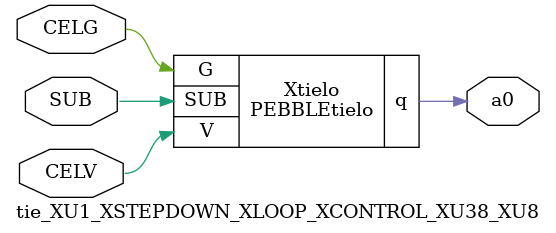
<source format=v>



module PEBBLEtielo ( q, G, SUB, V );

  input V;
  output q;
  input G;
  input SUB;
endmodule

//Celera Confidential Do Not Copy tie_XU1_XSTEPDOWN_XLOOP_XCONTROL_XU38_XU8
//Celera Confidential Symbol Generator
//TIE
module tie_XU1_XSTEPDOWN_XLOOP_XCONTROL_XU38_XU8 (CELV,CELG,a0,SUB);
input CELV;
input CELG;
output a0;
input SUB;

//Celera Confidential Do Not Copy tie
PEBBLEtielo Xtielo(
.V (CELV),
.q (a0),
.SUB (SUB),
.G (CELG)
);
//,diesize,PEBBLEtielo

//Celera Confidential Do Not Copy Module End
//Celera Schematic Generator
endmodule

</source>
